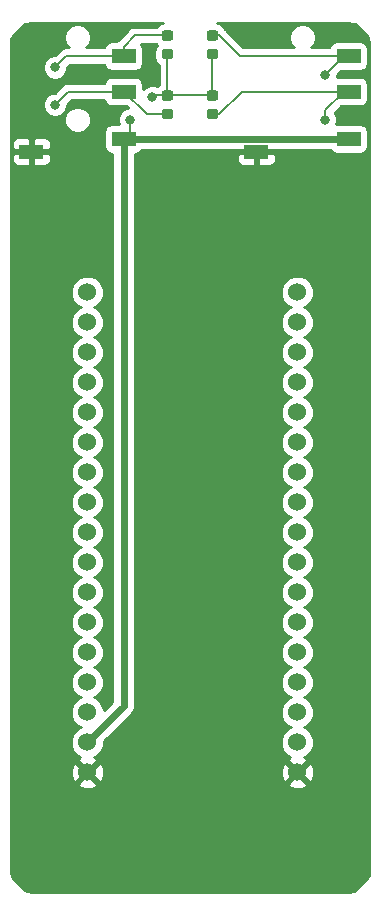
<source format=gtl>
G04 #@! TF.GenerationSoftware,KiCad,Pcbnew,5.0.2-bee76a0~70~ubuntu18.04.1*
G04 #@! TF.CreationDate,2018-12-19T04:14:58+09:00*
G04 #@! TF.ProjectId,pendant,70656e64-616e-4742-9e6b-696361645f70,rev?*
G04 #@! TF.SameCoordinates,Original*
G04 #@! TF.FileFunction,Copper,L1,Top*
G04 #@! TF.FilePolarity,Positive*
%FSLAX46Y46*%
G04 Gerber Fmt 4.6, Leading zero omitted, Abs format (unit mm)*
G04 Created by KiCad (PCBNEW 5.0.2-bee76a0~70~ubuntu18.04.1) date 2018年12月19日 04時14分58秒*
%MOMM*%
%LPD*%
G01*
G04 APERTURE LIST*
G04 #@! TA.AperFunction,ComponentPad*
%ADD10C,1.524000*%
G04 #@! TD*
G04 #@! TA.AperFunction,SMDPad,CuDef*
%ADD11R,2.000000X1.200000*%
G04 #@! TD*
G04 #@! TA.AperFunction,Conductor*
%ADD12C,0.100000*%
G04 #@! TD*
G04 #@! TA.AperFunction,SMDPad,CuDef*
%ADD13C,0.875000*%
G04 #@! TD*
G04 #@! TA.AperFunction,ViaPad*
%ADD14C,0.800000*%
G04 #@! TD*
G04 #@! TA.AperFunction,Conductor*
%ADD15C,0.200000*%
G04 #@! TD*
G04 #@! TA.AperFunction,Conductor*
%ADD16C,0.600000*%
G04 #@! TD*
G04 #@! TA.AperFunction,Conductor*
%ADD17C,0.254000*%
G04 #@! TD*
G04 APERTURE END LIST*
D10*
G04 #@! TO.P,U1,1*
G04 #@! TO.N,Net-(U1-Pad1)*
X124035001Y-84455001D03*
G04 #@! TO.P,U1,2*
G04 #@! TO.N,Net-(U1-Pad2)*
X124035001Y-86995001D03*
G04 #@! TO.P,U1,3*
G04 #@! TO.N,Net-(U1-Pad3)*
X124035001Y-89535001D03*
G04 #@! TO.P,U1,4*
G04 #@! TO.N,Net-(U1-Pad4)*
X124035001Y-92075001D03*
G04 #@! TO.P,U1,5*
G04 #@! TO.N,Net-(U1-Pad5)*
X124035001Y-94615001D03*
G04 #@! TO.P,U1,6*
G04 #@! TO.N,Net-(U1-Pad6)*
X124035001Y-97155001D03*
G04 #@! TO.P,U1,7*
G04 #@! TO.N,Net-(U1-Pad7)*
X124035001Y-99695001D03*
G04 #@! TO.P,U1,8*
G04 #@! TO.N,Net-(U1-Pad8)*
X124035001Y-102235001D03*
G04 #@! TO.P,U1,9*
G04 #@! TO.N,Net-(U1-Pad9)*
X124035001Y-104775001D03*
G04 #@! TO.P,U1,10*
G04 #@! TO.N,Net-(U1-Pad10)*
X124035001Y-107315001D03*
G04 #@! TO.P,U1,11*
G04 #@! TO.N,Net-(U1-Pad11)*
X124035001Y-109855001D03*
G04 #@! TO.P,U1,12*
G04 #@! TO.N,Net-(U1-Pad12)*
X124035001Y-112395001D03*
G04 #@! TO.P,U1,13*
G04 #@! TO.N,Net-(U1-Pad13)*
X124035001Y-114935001D03*
G04 #@! TO.P,U1,14*
G04 #@! TO.N,SCL1*
X124035001Y-117475001D03*
G04 #@! TO.P,U1,15*
G04 #@! TO.N,SDA1*
X124035001Y-120015001D03*
G04 #@! TO.P,U1,16*
G04 #@! TO.N,3V3*
X124035001Y-122555001D03*
G04 #@! TO.P,U1,17*
G04 #@! TO.N,GND*
X124035001Y-125095001D03*
G04 #@! TO.P,U1,18*
X141815001Y-125095001D03*
G04 #@! TO.P,U1,19*
G04 #@! TO.N,Net-(U1-Pad19)*
X141815001Y-122555001D03*
G04 #@! TO.P,U1,20*
G04 #@! TO.N,Net-(U1-Pad20)*
X141815001Y-120015001D03*
G04 #@! TO.P,U1,21*
G04 #@! TO.N,Net-(U1-Pad21)*
X141815001Y-117475001D03*
G04 #@! TO.P,U1,22*
G04 #@! TO.N,Net-(U1-Pad22)*
X141815001Y-114935001D03*
G04 #@! TO.P,U1,23*
G04 #@! TO.N,Net-(U1-Pad23)*
X141815001Y-112395001D03*
G04 #@! TO.P,U1,24*
G04 #@! TO.N,Net-(U1-Pad24)*
X141815001Y-109855001D03*
G04 #@! TO.P,U1,25*
G04 #@! TO.N,Net-(U1-Pad25)*
X141815001Y-107315001D03*
G04 #@! TO.P,U1,26*
G04 #@! TO.N,Net-(U1-Pad26)*
X141815001Y-104775001D03*
G04 #@! TO.P,U1,27*
G04 #@! TO.N,Net-(U1-Pad27)*
X141815001Y-102235001D03*
G04 #@! TO.P,U1,28*
G04 #@! TO.N,Net-(U1-Pad28)*
X141815001Y-99695001D03*
G04 #@! TO.P,U1,29*
G04 #@! TO.N,Net-(U1-Pad29)*
X141815001Y-97155001D03*
G04 #@! TO.P,U1,30*
G04 #@! TO.N,Net-(U1-Pad30)*
X141815001Y-94615001D03*
G04 #@! TO.P,U1,31*
G04 #@! TO.N,Net-(U1-Pad31)*
X141815001Y-92075001D03*
G04 #@! TO.P,U1,32*
G04 #@! TO.N,Net-(U1-Pad32)*
X141815001Y-89535001D03*
G04 #@! TO.P,U1,33*
G04 #@! TO.N,SCL2*
X141815001Y-86995001D03*
G04 #@! TO.P,U1,34*
G04 #@! TO.N,SDA2*
X141815001Y-84455001D03*
G04 #@! TD*
D11*
G04 #@! TO.P,J1,R2*
G04 #@! TO.N,SDA1*
X127090000Y-64460000D03*
G04 #@! TO.P,J1,R1*
G04 #@! TO.N,SCL1*
X127090000Y-67460000D03*
G04 #@! TO.P,J1,T*
G04 #@! TO.N,3V3*
X127090000Y-71460000D03*
G04 #@! TO.P,J1,S*
G04 #@! TO.N,GND*
X119290000Y-72560000D03*
G04 #@! TD*
G04 #@! TO.P,J2,R2*
G04 #@! TO.N,SDA2*
X146140000Y-64460000D03*
G04 #@! TO.P,J2,R1*
G04 #@! TO.N,SCL2*
X146140000Y-67460000D03*
G04 #@! TO.P,J2,T*
G04 #@! TO.N,3V3*
X146140000Y-71460000D03*
G04 #@! TO.P,J2,S*
G04 #@! TO.N,GND*
X138340000Y-72560000D03*
G04 #@! TD*
D12*
G04 #@! TO.N,SDA1*
G04 #@! TO.C,R1*
G36*
X131087691Y-62276053D02*
X131108926Y-62279203D01*
X131129750Y-62284419D01*
X131149962Y-62291651D01*
X131169368Y-62300830D01*
X131187781Y-62311866D01*
X131205024Y-62324654D01*
X131220930Y-62339070D01*
X131235346Y-62354976D01*
X131248134Y-62372219D01*
X131259170Y-62390632D01*
X131268349Y-62410038D01*
X131275581Y-62430250D01*
X131280797Y-62451074D01*
X131283947Y-62472309D01*
X131285000Y-62493750D01*
X131285000Y-62931250D01*
X131283947Y-62952691D01*
X131280797Y-62973926D01*
X131275581Y-62994750D01*
X131268349Y-63014962D01*
X131259170Y-63034368D01*
X131248134Y-63052781D01*
X131235346Y-63070024D01*
X131220930Y-63085930D01*
X131205024Y-63100346D01*
X131187781Y-63113134D01*
X131169368Y-63124170D01*
X131149962Y-63133349D01*
X131129750Y-63140581D01*
X131108926Y-63145797D01*
X131087691Y-63148947D01*
X131066250Y-63150000D01*
X130553750Y-63150000D01*
X130532309Y-63148947D01*
X130511074Y-63145797D01*
X130490250Y-63140581D01*
X130470038Y-63133349D01*
X130450632Y-63124170D01*
X130432219Y-63113134D01*
X130414976Y-63100346D01*
X130399070Y-63085930D01*
X130384654Y-63070024D01*
X130371866Y-63052781D01*
X130360830Y-63034368D01*
X130351651Y-63014962D01*
X130344419Y-62994750D01*
X130339203Y-62973926D01*
X130336053Y-62952691D01*
X130335000Y-62931250D01*
X130335000Y-62493750D01*
X130336053Y-62472309D01*
X130339203Y-62451074D01*
X130344419Y-62430250D01*
X130351651Y-62410038D01*
X130360830Y-62390632D01*
X130371866Y-62372219D01*
X130384654Y-62354976D01*
X130399070Y-62339070D01*
X130414976Y-62324654D01*
X130432219Y-62311866D01*
X130450632Y-62300830D01*
X130470038Y-62291651D01*
X130490250Y-62284419D01*
X130511074Y-62279203D01*
X130532309Y-62276053D01*
X130553750Y-62275000D01*
X131066250Y-62275000D01*
X131087691Y-62276053D01*
X131087691Y-62276053D01*
G37*
D13*
G04 #@! TD*
G04 #@! TO.P,R1,2*
G04 #@! TO.N,SDA1*
X130810000Y-62712500D03*
D12*
G04 #@! TO.N,3V3*
G04 #@! TO.C,R1*
G36*
X131087691Y-63851053D02*
X131108926Y-63854203D01*
X131129750Y-63859419D01*
X131149962Y-63866651D01*
X131169368Y-63875830D01*
X131187781Y-63886866D01*
X131205024Y-63899654D01*
X131220930Y-63914070D01*
X131235346Y-63929976D01*
X131248134Y-63947219D01*
X131259170Y-63965632D01*
X131268349Y-63985038D01*
X131275581Y-64005250D01*
X131280797Y-64026074D01*
X131283947Y-64047309D01*
X131285000Y-64068750D01*
X131285000Y-64506250D01*
X131283947Y-64527691D01*
X131280797Y-64548926D01*
X131275581Y-64569750D01*
X131268349Y-64589962D01*
X131259170Y-64609368D01*
X131248134Y-64627781D01*
X131235346Y-64645024D01*
X131220930Y-64660930D01*
X131205024Y-64675346D01*
X131187781Y-64688134D01*
X131169368Y-64699170D01*
X131149962Y-64708349D01*
X131129750Y-64715581D01*
X131108926Y-64720797D01*
X131087691Y-64723947D01*
X131066250Y-64725000D01*
X130553750Y-64725000D01*
X130532309Y-64723947D01*
X130511074Y-64720797D01*
X130490250Y-64715581D01*
X130470038Y-64708349D01*
X130450632Y-64699170D01*
X130432219Y-64688134D01*
X130414976Y-64675346D01*
X130399070Y-64660930D01*
X130384654Y-64645024D01*
X130371866Y-64627781D01*
X130360830Y-64609368D01*
X130351651Y-64589962D01*
X130344419Y-64569750D01*
X130339203Y-64548926D01*
X130336053Y-64527691D01*
X130335000Y-64506250D01*
X130335000Y-64068750D01*
X130336053Y-64047309D01*
X130339203Y-64026074D01*
X130344419Y-64005250D01*
X130351651Y-63985038D01*
X130360830Y-63965632D01*
X130371866Y-63947219D01*
X130384654Y-63929976D01*
X130399070Y-63914070D01*
X130414976Y-63899654D01*
X130432219Y-63886866D01*
X130450632Y-63875830D01*
X130470038Y-63866651D01*
X130490250Y-63859419D01*
X130511074Y-63854203D01*
X130532309Y-63851053D01*
X130553750Y-63850000D01*
X131066250Y-63850000D01*
X131087691Y-63851053D01*
X131087691Y-63851053D01*
G37*
D13*
G04 #@! TD*
G04 #@! TO.P,R1,1*
G04 #@! TO.N,3V3*
X130810000Y-64287500D03*
D12*
G04 #@! TO.N,SDA2*
G04 #@! TO.C,R2*
G36*
X134897691Y-62276053D02*
X134918926Y-62279203D01*
X134939750Y-62284419D01*
X134959962Y-62291651D01*
X134979368Y-62300830D01*
X134997781Y-62311866D01*
X135015024Y-62324654D01*
X135030930Y-62339070D01*
X135045346Y-62354976D01*
X135058134Y-62372219D01*
X135069170Y-62390632D01*
X135078349Y-62410038D01*
X135085581Y-62430250D01*
X135090797Y-62451074D01*
X135093947Y-62472309D01*
X135095000Y-62493750D01*
X135095000Y-62931250D01*
X135093947Y-62952691D01*
X135090797Y-62973926D01*
X135085581Y-62994750D01*
X135078349Y-63014962D01*
X135069170Y-63034368D01*
X135058134Y-63052781D01*
X135045346Y-63070024D01*
X135030930Y-63085930D01*
X135015024Y-63100346D01*
X134997781Y-63113134D01*
X134979368Y-63124170D01*
X134959962Y-63133349D01*
X134939750Y-63140581D01*
X134918926Y-63145797D01*
X134897691Y-63148947D01*
X134876250Y-63150000D01*
X134363750Y-63150000D01*
X134342309Y-63148947D01*
X134321074Y-63145797D01*
X134300250Y-63140581D01*
X134280038Y-63133349D01*
X134260632Y-63124170D01*
X134242219Y-63113134D01*
X134224976Y-63100346D01*
X134209070Y-63085930D01*
X134194654Y-63070024D01*
X134181866Y-63052781D01*
X134170830Y-63034368D01*
X134161651Y-63014962D01*
X134154419Y-62994750D01*
X134149203Y-62973926D01*
X134146053Y-62952691D01*
X134145000Y-62931250D01*
X134145000Y-62493750D01*
X134146053Y-62472309D01*
X134149203Y-62451074D01*
X134154419Y-62430250D01*
X134161651Y-62410038D01*
X134170830Y-62390632D01*
X134181866Y-62372219D01*
X134194654Y-62354976D01*
X134209070Y-62339070D01*
X134224976Y-62324654D01*
X134242219Y-62311866D01*
X134260632Y-62300830D01*
X134280038Y-62291651D01*
X134300250Y-62284419D01*
X134321074Y-62279203D01*
X134342309Y-62276053D01*
X134363750Y-62275000D01*
X134876250Y-62275000D01*
X134897691Y-62276053D01*
X134897691Y-62276053D01*
G37*
D13*
G04 #@! TD*
G04 #@! TO.P,R2,2*
G04 #@! TO.N,SDA2*
X134620000Y-62712500D03*
D12*
G04 #@! TO.N,3V3*
G04 #@! TO.C,R2*
G36*
X134897691Y-63851053D02*
X134918926Y-63854203D01*
X134939750Y-63859419D01*
X134959962Y-63866651D01*
X134979368Y-63875830D01*
X134997781Y-63886866D01*
X135015024Y-63899654D01*
X135030930Y-63914070D01*
X135045346Y-63929976D01*
X135058134Y-63947219D01*
X135069170Y-63965632D01*
X135078349Y-63985038D01*
X135085581Y-64005250D01*
X135090797Y-64026074D01*
X135093947Y-64047309D01*
X135095000Y-64068750D01*
X135095000Y-64506250D01*
X135093947Y-64527691D01*
X135090797Y-64548926D01*
X135085581Y-64569750D01*
X135078349Y-64589962D01*
X135069170Y-64609368D01*
X135058134Y-64627781D01*
X135045346Y-64645024D01*
X135030930Y-64660930D01*
X135015024Y-64675346D01*
X134997781Y-64688134D01*
X134979368Y-64699170D01*
X134959962Y-64708349D01*
X134939750Y-64715581D01*
X134918926Y-64720797D01*
X134897691Y-64723947D01*
X134876250Y-64725000D01*
X134363750Y-64725000D01*
X134342309Y-64723947D01*
X134321074Y-64720797D01*
X134300250Y-64715581D01*
X134280038Y-64708349D01*
X134260632Y-64699170D01*
X134242219Y-64688134D01*
X134224976Y-64675346D01*
X134209070Y-64660930D01*
X134194654Y-64645024D01*
X134181866Y-64627781D01*
X134170830Y-64609368D01*
X134161651Y-64589962D01*
X134154419Y-64569750D01*
X134149203Y-64548926D01*
X134146053Y-64527691D01*
X134145000Y-64506250D01*
X134145000Y-64068750D01*
X134146053Y-64047309D01*
X134149203Y-64026074D01*
X134154419Y-64005250D01*
X134161651Y-63985038D01*
X134170830Y-63965632D01*
X134181866Y-63947219D01*
X134194654Y-63929976D01*
X134209070Y-63914070D01*
X134224976Y-63899654D01*
X134242219Y-63886866D01*
X134260632Y-63875830D01*
X134280038Y-63866651D01*
X134300250Y-63859419D01*
X134321074Y-63854203D01*
X134342309Y-63851053D01*
X134363750Y-63850000D01*
X134876250Y-63850000D01*
X134897691Y-63851053D01*
X134897691Y-63851053D01*
G37*
D13*
G04 #@! TD*
G04 #@! TO.P,R2,1*
G04 #@! TO.N,3V3*
X134620000Y-64287500D03*
D12*
G04 #@! TO.N,3V3*
G04 #@! TO.C,R3*
G36*
X131087691Y-67356053D02*
X131108926Y-67359203D01*
X131129750Y-67364419D01*
X131149962Y-67371651D01*
X131169368Y-67380830D01*
X131187781Y-67391866D01*
X131205024Y-67404654D01*
X131220930Y-67419070D01*
X131235346Y-67434976D01*
X131248134Y-67452219D01*
X131259170Y-67470632D01*
X131268349Y-67490038D01*
X131275581Y-67510250D01*
X131280797Y-67531074D01*
X131283947Y-67552309D01*
X131285000Y-67573750D01*
X131285000Y-68011250D01*
X131283947Y-68032691D01*
X131280797Y-68053926D01*
X131275581Y-68074750D01*
X131268349Y-68094962D01*
X131259170Y-68114368D01*
X131248134Y-68132781D01*
X131235346Y-68150024D01*
X131220930Y-68165930D01*
X131205024Y-68180346D01*
X131187781Y-68193134D01*
X131169368Y-68204170D01*
X131149962Y-68213349D01*
X131129750Y-68220581D01*
X131108926Y-68225797D01*
X131087691Y-68228947D01*
X131066250Y-68230000D01*
X130553750Y-68230000D01*
X130532309Y-68228947D01*
X130511074Y-68225797D01*
X130490250Y-68220581D01*
X130470038Y-68213349D01*
X130450632Y-68204170D01*
X130432219Y-68193134D01*
X130414976Y-68180346D01*
X130399070Y-68165930D01*
X130384654Y-68150024D01*
X130371866Y-68132781D01*
X130360830Y-68114368D01*
X130351651Y-68094962D01*
X130344419Y-68074750D01*
X130339203Y-68053926D01*
X130336053Y-68032691D01*
X130335000Y-68011250D01*
X130335000Y-67573750D01*
X130336053Y-67552309D01*
X130339203Y-67531074D01*
X130344419Y-67510250D01*
X130351651Y-67490038D01*
X130360830Y-67470632D01*
X130371866Y-67452219D01*
X130384654Y-67434976D01*
X130399070Y-67419070D01*
X130414976Y-67404654D01*
X130432219Y-67391866D01*
X130450632Y-67380830D01*
X130470038Y-67371651D01*
X130490250Y-67364419D01*
X130511074Y-67359203D01*
X130532309Y-67356053D01*
X130553750Y-67355000D01*
X131066250Y-67355000D01*
X131087691Y-67356053D01*
X131087691Y-67356053D01*
G37*
D13*
G04 #@! TD*
G04 #@! TO.P,R3,1*
G04 #@! TO.N,3V3*
X130810000Y-67792500D03*
D12*
G04 #@! TO.N,SCL1*
G04 #@! TO.C,R3*
G36*
X131087691Y-68931053D02*
X131108926Y-68934203D01*
X131129750Y-68939419D01*
X131149962Y-68946651D01*
X131169368Y-68955830D01*
X131187781Y-68966866D01*
X131205024Y-68979654D01*
X131220930Y-68994070D01*
X131235346Y-69009976D01*
X131248134Y-69027219D01*
X131259170Y-69045632D01*
X131268349Y-69065038D01*
X131275581Y-69085250D01*
X131280797Y-69106074D01*
X131283947Y-69127309D01*
X131285000Y-69148750D01*
X131285000Y-69586250D01*
X131283947Y-69607691D01*
X131280797Y-69628926D01*
X131275581Y-69649750D01*
X131268349Y-69669962D01*
X131259170Y-69689368D01*
X131248134Y-69707781D01*
X131235346Y-69725024D01*
X131220930Y-69740930D01*
X131205024Y-69755346D01*
X131187781Y-69768134D01*
X131169368Y-69779170D01*
X131149962Y-69788349D01*
X131129750Y-69795581D01*
X131108926Y-69800797D01*
X131087691Y-69803947D01*
X131066250Y-69805000D01*
X130553750Y-69805000D01*
X130532309Y-69803947D01*
X130511074Y-69800797D01*
X130490250Y-69795581D01*
X130470038Y-69788349D01*
X130450632Y-69779170D01*
X130432219Y-69768134D01*
X130414976Y-69755346D01*
X130399070Y-69740930D01*
X130384654Y-69725024D01*
X130371866Y-69707781D01*
X130360830Y-69689368D01*
X130351651Y-69669962D01*
X130344419Y-69649750D01*
X130339203Y-69628926D01*
X130336053Y-69607691D01*
X130335000Y-69586250D01*
X130335000Y-69148750D01*
X130336053Y-69127309D01*
X130339203Y-69106074D01*
X130344419Y-69085250D01*
X130351651Y-69065038D01*
X130360830Y-69045632D01*
X130371866Y-69027219D01*
X130384654Y-69009976D01*
X130399070Y-68994070D01*
X130414976Y-68979654D01*
X130432219Y-68966866D01*
X130450632Y-68955830D01*
X130470038Y-68946651D01*
X130490250Y-68939419D01*
X130511074Y-68934203D01*
X130532309Y-68931053D01*
X130553750Y-68930000D01*
X131066250Y-68930000D01*
X131087691Y-68931053D01*
X131087691Y-68931053D01*
G37*
D13*
G04 #@! TD*
G04 #@! TO.P,R3,2*
G04 #@! TO.N,SCL1*
X130810000Y-69367500D03*
D12*
G04 #@! TO.N,3V3*
G04 #@! TO.C,R4*
G36*
X134897691Y-67356053D02*
X134918926Y-67359203D01*
X134939750Y-67364419D01*
X134959962Y-67371651D01*
X134979368Y-67380830D01*
X134997781Y-67391866D01*
X135015024Y-67404654D01*
X135030930Y-67419070D01*
X135045346Y-67434976D01*
X135058134Y-67452219D01*
X135069170Y-67470632D01*
X135078349Y-67490038D01*
X135085581Y-67510250D01*
X135090797Y-67531074D01*
X135093947Y-67552309D01*
X135095000Y-67573750D01*
X135095000Y-68011250D01*
X135093947Y-68032691D01*
X135090797Y-68053926D01*
X135085581Y-68074750D01*
X135078349Y-68094962D01*
X135069170Y-68114368D01*
X135058134Y-68132781D01*
X135045346Y-68150024D01*
X135030930Y-68165930D01*
X135015024Y-68180346D01*
X134997781Y-68193134D01*
X134979368Y-68204170D01*
X134959962Y-68213349D01*
X134939750Y-68220581D01*
X134918926Y-68225797D01*
X134897691Y-68228947D01*
X134876250Y-68230000D01*
X134363750Y-68230000D01*
X134342309Y-68228947D01*
X134321074Y-68225797D01*
X134300250Y-68220581D01*
X134280038Y-68213349D01*
X134260632Y-68204170D01*
X134242219Y-68193134D01*
X134224976Y-68180346D01*
X134209070Y-68165930D01*
X134194654Y-68150024D01*
X134181866Y-68132781D01*
X134170830Y-68114368D01*
X134161651Y-68094962D01*
X134154419Y-68074750D01*
X134149203Y-68053926D01*
X134146053Y-68032691D01*
X134145000Y-68011250D01*
X134145000Y-67573750D01*
X134146053Y-67552309D01*
X134149203Y-67531074D01*
X134154419Y-67510250D01*
X134161651Y-67490038D01*
X134170830Y-67470632D01*
X134181866Y-67452219D01*
X134194654Y-67434976D01*
X134209070Y-67419070D01*
X134224976Y-67404654D01*
X134242219Y-67391866D01*
X134260632Y-67380830D01*
X134280038Y-67371651D01*
X134300250Y-67364419D01*
X134321074Y-67359203D01*
X134342309Y-67356053D01*
X134363750Y-67355000D01*
X134876250Y-67355000D01*
X134897691Y-67356053D01*
X134897691Y-67356053D01*
G37*
D13*
G04 #@! TD*
G04 #@! TO.P,R4,1*
G04 #@! TO.N,3V3*
X134620000Y-67792500D03*
D12*
G04 #@! TO.N,SCL2*
G04 #@! TO.C,R4*
G36*
X134897691Y-68931053D02*
X134918926Y-68934203D01*
X134939750Y-68939419D01*
X134959962Y-68946651D01*
X134979368Y-68955830D01*
X134997781Y-68966866D01*
X135015024Y-68979654D01*
X135030930Y-68994070D01*
X135045346Y-69009976D01*
X135058134Y-69027219D01*
X135069170Y-69045632D01*
X135078349Y-69065038D01*
X135085581Y-69085250D01*
X135090797Y-69106074D01*
X135093947Y-69127309D01*
X135095000Y-69148750D01*
X135095000Y-69586250D01*
X135093947Y-69607691D01*
X135090797Y-69628926D01*
X135085581Y-69649750D01*
X135078349Y-69669962D01*
X135069170Y-69689368D01*
X135058134Y-69707781D01*
X135045346Y-69725024D01*
X135030930Y-69740930D01*
X135015024Y-69755346D01*
X134997781Y-69768134D01*
X134979368Y-69779170D01*
X134959962Y-69788349D01*
X134939750Y-69795581D01*
X134918926Y-69800797D01*
X134897691Y-69803947D01*
X134876250Y-69805000D01*
X134363750Y-69805000D01*
X134342309Y-69803947D01*
X134321074Y-69800797D01*
X134300250Y-69795581D01*
X134280038Y-69788349D01*
X134260632Y-69779170D01*
X134242219Y-69768134D01*
X134224976Y-69755346D01*
X134209070Y-69740930D01*
X134194654Y-69725024D01*
X134181866Y-69707781D01*
X134170830Y-69689368D01*
X134161651Y-69669962D01*
X134154419Y-69649750D01*
X134149203Y-69628926D01*
X134146053Y-69607691D01*
X134145000Y-69586250D01*
X134145000Y-69148750D01*
X134146053Y-69127309D01*
X134149203Y-69106074D01*
X134154419Y-69085250D01*
X134161651Y-69065038D01*
X134170830Y-69045632D01*
X134181866Y-69027219D01*
X134194654Y-69009976D01*
X134209070Y-68994070D01*
X134224976Y-68979654D01*
X134242219Y-68966866D01*
X134260632Y-68955830D01*
X134280038Y-68946651D01*
X134300250Y-68939419D01*
X134321074Y-68934203D01*
X134342309Y-68931053D01*
X134363750Y-68930000D01*
X134876250Y-68930000D01*
X134897691Y-68931053D01*
X134897691Y-68931053D01*
G37*
D13*
G04 #@! TD*
G04 #@! TO.P,R4,2*
G04 #@! TO.N,SCL2*
X134620000Y-69367500D03*
D14*
G04 #@! TO.N,3V3*
X129540000Y-67945000D03*
X127635000Y-69850000D03*
G04 #@! TO.N,SDA1*
X121285000Y-65405000D03*
G04 #@! TO.N,SCL1*
X121285000Y-68580000D03*
G04 #@! TO.N,SCL2*
X144145000Y-69850000D03*
G04 #@! TO.N,SDA2*
X144145000Y-66040000D03*
G04 #@! TD*
D15*
G04 #@! TO.N,3V3*
X130810000Y-64287500D02*
X130810000Y-67792500D01*
X134620000Y-64287500D02*
X134620000Y-67792500D01*
X134620000Y-67792500D02*
X130810000Y-67792500D01*
X130810000Y-67792500D02*
X129692500Y-67792500D01*
X129692500Y-67792500D02*
X129540000Y-67945000D01*
X127635000Y-70915000D02*
X127090000Y-71460000D01*
X127635000Y-69850000D02*
X127635000Y-70915000D01*
D16*
X127090000Y-119500002D02*
X124035001Y-122555001D01*
X127090000Y-71460000D02*
X127090000Y-119500002D01*
X128690000Y-71460000D02*
X146140000Y-71460000D01*
X127090000Y-71460000D02*
X128690000Y-71460000D01*
D15*
G04 #@! TO.N,SDA1*
X127090000Y-63660000D02*
X127090000Y-64460000D01*
X128037500Y-62712500D02*
X127090000Y-63660000D01*
X130810000Y-62712500D02*
X128037500Y-62712500D01*
X127090000Y-64460000D02*
X122230000Y-64460000D01*
X122230000Y-64460000D02*
X121285000Y-65405000D01*
G04 #@! TO.N,SCL1*
X127150000Y-67460000D02*
X127090000Y-67460000D01*
X130810000Y-69367500D02*
X129057500Y-69367500D01*
X129057500Y-69367500D02*
X127150000Y-67460000D01*
X127090000Y-67460000D02*
X122405000Y-67460000D01*
X122405000Y-67460000D02*
X121285000Y-68580000D01*
G04 #@! TO.N,SCL2*
X144940000Y-67460000D02*
X146140000Y-67460000D01*
X137102500Y-67460000D02*
X144940000Y-67460000D01*
X135195000Y-69367500D02*
X137102500Y-67460000D01*
X134620000Y-69367500D02*
X135195000Y-69367500D01*
X144145000Y-69055000D02*
X144145000Y-69850000D01*
X146140000Y-67460000D02*
X145740000Y-67460000D01*
X145740000Y-67460000D02*
X144145000Y-69055000D01*
G04 #@! TO.N,SDA2*
X144940000Y-64460000D02*
X146140000Y-64460000D01*
X135195000Y-62712500D02*
X136942500Y-64460000D01*
X136942500Y-64460000D02*
X144940000Y-64460000D01*
X134620000Y-62712500D02*
X135195000Y-62712500D01*
X146140000Y-64460000D02*
X145740000Y-64460000D01*
X144160000Y-66040000D02*
X144145000Y-66040000D01*
X145740000Y-64460000D02*
X144160000Y-66040000D01*
G04 #@! TD*
D17*
G04 #@! TO.N,GND*
G36*
X130222273Y-61693495D02*
X129941261Y-61881261D01*
X129876956Y-61977500D01*
X128109883Y-61977500D01*
X128037499Y-61963102D01*
X127965115Y-61977500D01*
X127965112Y-61977500D01*
X127750717Y-62020146D01*
X127507595Y-62182595D01*
X127466590Y-62243963D01*
X126621465Y-63089089D01*
X126560095Y-63130095D01*
X126504994Y-63212560D01*
X126090000Y-63212560D01*
X125842235Y-63261843D01*
X125632191Y-63402191D01*
X125491843Y-63612235D01*
X125469413Y-63725000D01*
X123894776Y-63725000D01*
X124131012Y-63488764D01*
X124300000Y-63080793D01*
X124300000Y-62639207D01*
X124131012Y-62231236D01*
X123818764Y-61918988D01*
X123410793Y-61750000D01*
X122969207Y-61750000D01*
X122561236Y-61918988D01*
X122248988Y-62231236D01*
X122080000Y-62639207D01*
X122080000Y-63080793D01*
X122248988Y-63488764D01*
X122485224Y-63725000D01*
X122302384Y-63725000D01*
X122230000Y-63710602D01*
X122157616Y-63725000D01*
X122157612Y-63725000D01*
X121943217Y-63767646D01*
X121700095Y-63930095D01*
X121659091Y-63991462D01*
X121280553Y-64370000D01*
X121079126Y-64370000D01*
X120698720Y-64527569D01*
X120407569Y-64818720D01*
X120250000Y-65199126D01*
X120250000Y-65610874D01*
X120407569Y-65991280D01*
X120698720Y-66282431D01*
X121079126Y-66440000D01*
X121490874Y-66440000D01*
X121871280Y-66282431D01*
X122162431Y-65991280D01*
X122320000Y-65610874D01*
X122320000Y-65409447D01*
X122534447Y-65195000D01*
X125469413Y-65195000D01*
X125491843Y-65307765D01*
X125632191Y-65517809D01*
X125842235Y-65658157D01*
X126090000Y-65707440D01*
X128090000Y-65707440D01*
X128337765Y-65658157D01*
X128547809Y-65517809D01*
X128688157Y-65307765D01*
X128737440Y-65060000D01*
X128737440Y-63860000D01*
X128688157Y-63612235D01*
X128578084Y-63447500D01*
X129876956Y-63447500D01*
X129912036Y-63500000D01*
X129753495Y-63737273D01*
X129687560Y-64068750D01*
X129687560Y-64506250D01*
X129753495Y-64837727D01*
X129941261Y-65118739D01*
X130075000Y-65208101D01*
X130075001Y-66871899D01*
X129941261Y-66961261D01*
X129925733Y-66984500D01*
X129745874Y-66910000D01*
X129334126Y-66910000D01*
X128953720Y-67067569D01*
X128737440Y-67283849D01*
X128737440Y-66860000D01*
X128688157Y-66612235D01*
X128547809Y-66402191D01*
X128337765Y-66261843D01*
X128090000Y-66212560D01*
X126090000Y-66212560D01*
X125842235Y-66261843D01*
X125632191Y-66402191D01*
X125491843Y-66612235D01*
X125469413Y-66725000D01*
X122477383Y-66725000D01*
X122404999Y-66710602D01*
X122332615Y-66725000D01*
X122332612Y-66725000D01*
X122118217Y-66767646D01*
X121875095Y-66930095D01*
X121834090Y-66991463D01*
X121280554Y-67545000D01*
X121079126Y-67545000D01*
X120698720Y-67702569D01*
X120407569Y-67993720D01*
X120250000Y-68374126D01*
X120250000Y-68785874D01*
X120407569Y-69166280D01*
X120698720Y-69457431D01*
X121079126Y-69615000D01*
X121490874Y-69615000D01*
X121871280Y-69457431D01*
X122162431Y-69166280D01*
X122320000Y-68785874D01*
X122320000Y-68584446D01*
X122709447Y-68195000D01*
X125469413Y-68195000D01*
X125491843Y-68307765D01*
X125632191Y-68517809D01*
X125842235Y-68658157D01*
X126090000Y-68707440D01*
X127357994Y-68707440D01*
X127465554Y-68815000D01*
X127429126Y-68815000D01*
X127048720Y-68972569D01*
X126757569Y-69263720D01*
X126600000Y-69644126D01*
X126600000Y-70055874D01*
X126664901Y-70212560D01*
X126090000Y-70212560D01*
X125842235Y-70261843D01*
X125632191Y-70402191D01*
X125491843Y-70612235D01*
X125442560Y-70860000D01*
X125442560Y-72060000D01*
X125491843Y-72307765D01*
X125632191Y-72517809D01*
X125842235Y-72658157D01*
X126090000Y-72707440D01*
X126155000Y-72707440D01*
X126155001Y-119112711D01*
X125432001Y-119835711D01*
X125432001Y-119737120D01*
X125219321Y-119223664D01*
X124826338Y-118830681D01*
X124619488Y-118745001D01*
X124826338Y-118659321D01*
X125219321Y-118266338D01*
X125432001Y-117752882D01*
X125432001Y-117197120D01*
X125219321Y-116683664D01*
X124826338Y-116290681D01*
X124619488Y-116205001D01*
X124826338Y-116119321D01*
X125219321Y-115726338D01*
X125432001Y-115212882D01*
X125432001Y-114657120D01*
X125219321Y-114143664D01*
X124826338Y-113750681D01*
X124619488Y-113665001D01*
X124826338Y-113579321D01*
X125219321Y-113186338D01*
X125432001Y-112672882D01*
X125432001Y-112117120D01*
X125219321Y-111603664D01*
X124826338Y-111210681D01*
X124619488Y-111125001D01*
X124826338Y-111039321D01*
X125219321Y-110646338D01*
X125432001Y-110132882D01*
X125432001Y-109577120D01*
X125219321Y-109063664D01*
X124826338Y-108670681D01*
X124619488Y-108585001D01*
X124826338Y-108499321D01*
X125219321Y-108106338D01*
X125432001Y-107592882D01*
X125432001Y-107037120D01*
X125219321Y-106523664D01*
X124826338Y-106130681D01*
X124619488Y-106045001D01*
X124826338Y-105959321D01*
X125219321Y-105566338D01*
X125432001Y-105052882D01*
X125432001Y-104497120D01*
X125219321Y-103983664D01*
X124826338Y-103590681D01*
X124619488Y-103505001D01*
X124826338Y-103419321D01*
X125219321Y-103026338D01*
X125432001Y-102512882D01*
X125432001Y-101957120D01*
X125219321Y-101443664D01*
X124826338Y-101050681D01*
X124619488Y-100965001D01*
X124826338Y-100879321D01*
X125219321Y-100486338D01*
X125432001Y-99972882D01*
X125432001Y-99417120D01*
X125219321Y-98903664D01*
X124826338Y-98510681D01*
X124619488Y-98425001D01*
X124826338Y-98339321D01*
X125219321Y-97946338D01*
X125432001Y-97432882D01*
X125432001Y-96877120D01*
X125219321Y-96363664D01*
X124826338Y-95970681D01*
X124619488Y-95885001D01*
X124826338Y-95799321D01*
X125219321Y-95406338D01*
X125432001Y-94892882D01*
X125432001Y-94337120D01*
X125219321Y-93823664D01*
X124826338Y-93430681D01*
X124619488Y-93345001D01*
X124826338Y-93259321D01*
X125219321Y-92866338D01*
X125432001Y-92352882D01*
X125432001Y-91797120D01*
X125219321Y-91283664D01*
X124826338Y-90890681D01*
X124619488Y-90805001D01*
X124826338Y-90719321D01*
X125219321Y-90326338D01*
X125432001Y-89812882D01*
X125432001Y-89257120D01*
X125219321Y-88743664D01*
X124826338Y-88350681D01*
X124619488Y-88265001D01*
X124826338Y-88179321D01*
X125219321Y-87786338D01*
X125432001Y-87272882D01*
X125432001Y-86717120D01*
X125219321Y-86203664D01*
X124826338Y-85810681D01*
X124619488Y-85725001D01*
X124826338Y-85639321D01*
X125219321Y-85246338D01*
X125432001Y-84732882D01*
X125432001Y-84177120D01*
X125219321Y-83663664D01*
X124826338Y-83270681D01*
X124312882Y-83058001D01*
X123757120Y-83058001D01*
X123243664Y-83270681D01*
X122850681Y-83663664D01*
X122638001Y-84177120D01*
X122638001Y-84732882D01*
X122850681Y-85246338D01*
X123243664Y-85639321D01*
X123450514Y-85725001D01*
X123243664Y-85810681D01*
X122850681Y-86203664D01*
X122638001Y-86717120D01*
X122638001Y-87272882D01*
X122850681Y-87786338D01*
X123243664Y-88179321D01*
X123450514Y-88265001D01*
X123243664Y-88350681D01*
X122850681Y-88743664D01*
X122638001Y-89257120D01*
X122638001Y-89812882D01*
X122850681Y-90326338D01*
X123243664Y-90719321D01*
X123450514Y-90805001D01*
X123243664Y-90890681D01*
X122850681Y-91283664D01*
X122638001Y-91797120D01*
X122638001Y-92352882D01*
X122850681Y-92866338D01*
X123243664Y-93259321D01*
X123450514Y-93345001D01*
X123243664Y-93430681D01*
X122850681Y-93823664D01*
X122638001Y-94337120D01*
X122638001Y-94892882D01*
X122850681Y-95406338D01*
X123243664Y-95799321D01*
X123450514Y-95885001D01*
X123243664Y-95970681D01*
X122850681Y-96363664D01*
X122638001Y-96877120D01*
X122638001Y-97432882D01*
X122850681Y-97946338D01*
X123243664Y-98339321D01*
X123450514Y-98425001D01*
X123243664Y-98510681D01*
X122850681Y-98903664D01*
X122638001Y-99417120D01*
X122638001Y-99972882D01*
X122850681Y-100486338D01*
X123243664Y-100879321D01*
X123450514Y-100965001D01*
X123243664Y-101050681D01*
X122850681Y-101443664D01*
X122638001Y-101957120D01*
X122638001Y-102512882D01*
X122850681Y-103026338D01*
X123243664Y-103419321D01*
X123450514Y-103505001D01*
X123243664Y-103590681D01*
X122850681Y-103983664D01*
X122638001Y-104497120D01*
X122638001Y-105052882D01*
X122850681Y-105566338D01*
X123243664Y-105959321D01*
X123450514Y-106045001D01*
X123243664Y-106130681D01*
X122850681Y-106523664D01*
X122638001Y-107037120D01*
X122638001Y-107592882D01*
X122850681Y-108106338D01*
X123243664Y-108499321D01*
X123450514Y-108585001D01*
X123243664Y-108670681D01*
X122850681Y-109063664D01*
X122638001Y-109577120D01*
X122638001Y-110132882D01*
X122850681Y-110646338D01*
X123243664Y-111039321D01*
X123450514Y-111125001D01*
X123243664Y-111210681D01*
X122850681Y-111603664D01*
X122638001Y-112117120D01*
X122638001Y-112672882D01*
X122850681Y-113186338D01*
X123243664Y-113579321D01*
X123450514Y-113665001D01*
X123243664Y-113750681D01*
X122850681Y-114143664D01*
X122638001Y-114657120D01*
X122638001Y-115212882D01*
X122850681Y-115726338D01*
X123243664Y-116119321D01*
X123450514Y-116205001D01*
X123243664Y-116290681D01*
X122850681Y-116683664D01*
X122638001Y-117197120D01*
X122638001Y-117752882D01*
X122850681Y-118266338D01*
X123243664Y-118659321D01*
X123450514Y-118745001D01*
X123243664Y-118830681D01*
X122850681Y-119223664D01*
X122638001Y-119737120D01*
X122638001Y-120292882D01*
X122850681Y-120806338D01*
X123243664Y-121199321D01*
X123450514Y-121285001D01*
X123243664Y-121370681D01*
X122850681Y-121763664D01*
X122638001Y-122277120D01*
X122638001Y-122832882D01*
X122850681Y-123346338D01*
X123243664Y-123739321D01*
X123434648Y-123818429D01*
X123303858Y-123872604D01*
X123234393Y-124114788D01*
X124035001Y-124915396D01*
X124835609Y-124114788D01*
X124766144Y-123872604D01*
X124625608Y-123822466D01*
X124826338Y-123739321D01*
X125219321Y-123346338D01*
X125432001Y-122832882D01*
X125432001Y-122480290D01*
X127686031Y-120226261D01*
X127764097Y-120174099D01*
X127970750Y-119864821D01*
X128025000Y-119592088D01*
X128043317Y-119500003D01*
X128025000Y-119407917D01*
X128025000Y-84177120D01*
X140418001Y-84177120D01*
X140418001Y-84732882D01*
X140630681Y-85246338D01*
X141023664Y-85639321D01*
X141230514Y-85725001D01*
X141023664Y-85810681D01*
X140630681Y-86203664D01*
X140418001Y-86717120D01*
X140418001Y-87272882D01*
X140630681Y-87786338D01*
X141023664Y-88179321D01*
X141230514Y-88265001D01*
X141023664Y-88350681D01*
X140630681Y-88743664D01*
X140418001Y-89257120D01*
X140418001Y-89812882D01*
X140630681Y-90326338D01*
X141023664Y-90719321D01*
X141230514Y-90805001D01*
X141023664Y-90890681D01*
X140630681Y-91283664D01*
X140418001Y-91797120D01*
X140418001Y-92352882D01*
X140630681Y-92866338D01*
X141023664Y-93259321D01*
X141230514Y-93345001D01*
X141023664Y-93430681D01*
X140630681Y-93823664D01*
X140418001Y-94337120D01*
X140418001Y-94892882D01*
X140630681Y-95406338D01*
X141023664Y-95799321D01*
X141230514Y-95885001D01*
X141023664Y-95970681D01*
X140630681Y-96363664D01*
X140418001Y-96877120D01*
X140418001Y-97432882D01*
X140630681Y-97946338D01*
X141023664Y-98339321D01*
X141230514Y-98425001D01*
X141023664Y-98510681D01*
X140630681Y-98903664D01*
X140418001Y-99417120D01*
X140418001Y-99972882D01*
X140630681Y-100486338D01*
X141023664Y-100879321D01*
X141230514Y-100965001D01*
X141023664Y-101050681D01*
X140630681Y-101443664D01*
X140418001Y-101957120D01*
X140418001Y-102512882D01*
X140630681Y-103026338D01*
X141023664Y-103419321D01*
X141230514Y-103505001D01*
X141023664Y-103590681D01*
X140630681Y-103983664D01*
X140418001Y-104497120D01*
X140418001Y-105052882D01*
X140630681Y-105566338D01*
X141023664Y-105959321D01*
X141230514Y-106045001D01*
X141023664Y-106130681D01*
X140630681Y-106523664D01*
X140418001Y-107037120D01*
X140418001Y-107592882D01*
X140630681Y-108106338D01*
X141023664Y-108499321D01*
X141230514Y-108585001D01*
X141023664Y-108670681D01*
X140630681Y-109063664D01*
X140418001Y-109577120D01*
X140418001Y-110132882D01*
X140630681Y-110646338D01*
X141023664Y-111039321D01*
X141230514Y-111125001D01*
X141023664Y-111210681D01*
X140630681Y-111603664D01*
X140418001Y-112117120D01*
X140418001Y-112672882D01*
X140630681Y-113186338D01*
X141023664Y-113579321D01*
X141230514Y-113665001D01*
X141023664Y-113750681D01*
X140630681Y-114143664D01*
X140418001Y-114657120D01*
X140418001Y-115212882D01*
X140630681Y-115726338D01*
X141023664Y-116119321D01*
X141230514Y-116205001D01*
X141023664Y-116290681D01*
X140630681Y-116683664D01*
X140418001Y-117197120D01*
X140418001Y-117752882D01*
X140630681Y-118266338D01*
X141023664Y-118659321D01*
X141230514Y-118745001D01*
X141023664Y-118830681D01*
X140630681Y-119223664D01*
X140418001Y-119737120D01*
X140418001Y-120292882D01*
X140630681Y-120806338D01*
X141023664Y-121199321D01*
X141230514Y-121285001D01*
X141023664Y-121370681D01*
X140630681Y-121763664D01*
X140418001Y-122277120D01*
X140418001Y-122832882D01*
X140630681Y-123346338D01*
X141023664Y-123739321D01*
X141214648Y-123818429D01*
X141083858Y-123872604D01*
X141014393Y-124114788D01*
X141815001Y-124915396D01*
X142615609Y-124114788D01*
X142546144Y-123872604D01*
X142405608Y-123822466D01*
X142606338Y-123739321D01*
X142999321Y-123346338D01*
X143212001Y-122832882D01*
X143212001Y-122277120D01*
X142999321Y-121763664D01*
X142606338Y-121370681D01*
X142399488Y-121285001D01*
X142606338Y-121199321D01*
X142999321Y-120806338D01*
X143212001Y-120292882D01*
X143212001Y-119737120D01*
X142999321Y-119223664D01*
X142606338Y-118830681D01*
X142399488Y-118745001D01*
X142606338Y-118659321D01*
X142999321Y-118266338D01*
X143212001Y-117752882D01*
X143212001Y-117197120D01*
X142999321Y-116683664D01*
X142606338Y-116290681D01*
X142399488Y-116205001D01*
X142606338Y-116119321D01*
X142999321Y-115726338D01*
X143212001Y-115212882D01*
X143212001Y-114657120D01*
X142999321Y-114143664D01*
X142606338Y-113750681D01*
X142399488Y-113665001D01*
X142606338Y-113579321D01*
X142999321Y-113186338D01*
X143212001Y-112672882D01*
X143212001Y-112117120D01*
X142999321Y-111603664D01*
X142606338Y-111210681D01*
X142399488Y-111125001D01*
X142606338Y-111039321D01*
X142999321Y-110646338D01*
X143212001Y-110132882D01*
X143212001Y-109577120D01*
X142999321Y-109063664D01*
X142606338Y-108670681D01*
X142399488Y-108585001D01*
X142606338Y-108499321D01*
X142999321Y-108106338D01*
X143212001Y-107592882D01*
X143212001Y-107037120D01*
X142999321Y-106523664D01*
X142606338Y-106130681D01*
X142399488Y-106045001D01*
X142606338Y-105959321D01*
X142999321Y-105566338D01*
X143212001Y-105052882D01*
X143212001Y-104497120D01*
X142999321Y-103983664D01*
X142606338Y-103590681D01*
X142399488Y-103505001D01*
X142606338Y-103419321D01*
X142999321Y-103026338D01*
X143212001Y-102512882D01*
X143212001Y-101957120D01*
X142999321Y-101443664D01*
X142606338Y-101050681D01*
X142399488Y-100965001D01*
X142606338Y-100879321D01*
X142999321Y-100486338D01*
X143212001Y-99972882D01*
X143212001Y-99417120D01*
X142999321Y-98903664D01*
X142606338Y-98510681D01*
X142399488Y-98425001D01*
X142606338Y-98339321D01*
X142999321Y-97946338D01*
X143212001Y-97432882D01*
X143212001Y-96877120D01*
X142999321Y-96363664D01*
X142606338Y-95970681D01*
X142399488Y-95885001D01*
X142606338Y-95799321D01*
X142999321Y-95406338D01*
X143212001Y-94892882D01*
X143212001Y-94337120D01*
X142999321Y-93823664D01*
X142606338Y-93430681D01*
X142399488Y-93345001D01*
X142606338Y-93259321D01*
X142999321Y-92866338D01*
X143212001Y-92352882D01*
X143212001Y-91797120D01*
X142999321Y-91283664D01*
X142606338Y-90890681D01*
X142399488Y-90805001D01*
X142606338Y-90719321D01*
X142999321Y-90326338D01*
X143212001Y-89812882D01*
X143212001Y-89257120D01*
X142999321Y-88743664D01*
X142606338Y-88350681D01*
X142399488Y-88265001D01*
X142606338Y-88179321D01*
X142999321Y-87786338D01*
X143212001Y-87272882D01*
X143212001Y-86717120D01*
X142999321Y-86203664D01*
X142606338Y-85810681D01*
X142399488Y-85725001D01*
X142606338Y-85639321D01*
X142999321Y-85246338D01*
X143212001Y-84732882D01*
X143212001Y-84177120D01*
X142999321Y-83663664D01*
X142606338Y-83270681D01*
X142092882Y-83058001D01*
X141537120Y-83058001D01*
X141023664Y-83270681D01*
X140630681Y-83663664D01*
X140418001Y-84177120D01*
X128025000Y-84177120D01*
X128025000Y-72845750D01*
X136705000Y-72845750D01*
X136705000Y-73286309D01*
X136801673Y-73519698D01*
X136980301Y-73698327D01*
X137213690Y-73795000D01*
X138054250Y-73795000D01*
X138213000Y-73636250D01*
X138213000Y-72687000D01*
X138467000Y-72687000D01*
X138467000Y-73636250D01*
X138625750Y-73795000D01*
X139466310Y-73795000D01*
X139699699Y-73698327D01*
X139878327Y-73519698D01*
X139975000Y-73286309D01*
X139975000Y-72845750D01*
X139816250Y-72687000D01*
X138467000Y-72687000D01*
X138213000Y-72687000D01*
X136863750Y-72687000D01*
X136705000Y-72845750D01*
X128025000Y-72845750D01*
X128025000Y-72707440D01*
X128090000Y-72707440D01*
X128337765Y-72658157D01*
X128547809Y-72517809D01*
X128629868Y-72395000D01*
X136825750Y-72395000D01*
X136863750Y-72433000D01*
X138213000Y-72433000D01*
X138213000Y-72413000D01*
X138467000Y-72413000D01*
X138467000Y-72433000D01*
X139816250Y-72433000D01*
X139854250Y-72395000D01*
X144600132Y-72395000D01*
X144682191Y-72517809D01*
X144892235Y-72658157D01*
X145140000Y-72707440D01*
X147140000Y-72707440D01*
X147387765Y-72658157D01*
X147597809Y-72517809D01*
X147738157Y-72307765D01*
X147787440Y-72060000D01*
X147787440Y-70860000D01*
X147738157Y-70612235D01*
X147597809Y-70402191D01*
X147387765Y-70261843D01*
X147140000Y-70212560D01*
X145140000Y-70212560D01*
X145112863Y-70217958D01*
X145180000Y-70055874D01*
X145180000Y-69644126D01*
X145022431Y-69263720D01*
X144999079Y-69240368D01*
X145532007Y-68707440D01*
X147140000Y-68707440D01*
X147387765Y-68658157D01*
X147597809Y-68517809D01*
X147738157Y-68307765D01*
X147787440Y-68060000D01*
X147787440Y-66860000D01*
X147738157Y-66612235D01*
X147597809Y-66402191D01*
X147387765Y-66261843D01*
X147140000Y-66212560D01*
X145180000Y-66212560D01*
X145180000Y-66059446D01*
X145532007Y-65707440D01*
X147140000Y-65707440D01*
X147387765Y-65658157D01*
X147597809Y-65517809D01*
X147738157Y-65307765D01*
X147787440Y-65060000D01*
X147787440Y-63860000D01*
X147738157Y-63612235D01*
X147597809Y-63402191D01*
X147387765Y-63261843D01*
X147140000Y-63212560D01*
X145140000Y-63212560D01*
X144892235Y-63261843D01*
X144682191Y-63402191D01*
X144541843Y-63612235D01*
X144519413Y-63725000D01*
X142944776Y-63725000D01*
X143181012Y-63488764D01*
X143350000Y-63080793D01*
X143350000Y-62639207D01*
X143181012Y-62231236D01*
X142868764Y-61918988D01*
X142460793Y-61750000D01*
X142019207Y-61750000D01*
X141611236Y-61918988D01*
X141298988Y-62231236D01*
X141130000Y-62639207D01*
X141130000Y-63080793D01*
X141298988Y-63488764D01*
X141535224Y-63725000D01*
X137246947Y-63725000D01*
X135765911Y-62243965D01*
X135724905Y-62182595D01*
X135661998Y-62140562D01*
X135488739Y-61881261D01*
X135207727Y-61693495D01*
X134963927Y-61645000D01*
X146006899Y-61645000D01*
X146509967Y-61708552D01*
X146690375Y-61779981D01*
X147782531Y-62872137D01*
X147809032Y-62928454D01*
X147902019Y-63415913D01*
X147905001Y-63510792D01*
X147905000Y-133306907D01*
X147841448Y-133809967D01*
X147770019Y-133990375D01*
X146677863Y-135082531D01*
X146621546Y-135109032D01*
X146134087Y-135202019D01*
X146039240Y-135205000D01*
X119423093Y-135205000D01*
X118920033Y-135141448D01*
X118739625Y-135070019D01*
X117647469Y-133977863D01*
X117620968Y-133921546D01*
X117527981Y-133434087D01*
X117525000Y-133339240D01*
X117525000Y-126075214D01*
X123234393Y-126075214D01*
X123303858Y-126317398D01*
X123827303Y-126504145D01*
X124382369Y-126476363D01*
X124766144Y-126317398D01*
X124835609Y-126075214D01*
X141014393Y-126075214D01*
X141083858Y-126317398D01*
X141607303Y-126504145D01*
X142162369Y-126476363D01*
X142546144Y-126317398D01*
X142615609Y-126075214D01*
X141815001Y-125274606D01*
X141014393Y-126075214D01*
X124835609Y-126075214D01*
X124035001Y-125274606D01*
X123234393Y-126075214D01*
X117525000Y-126075214D01*
X117525000Y-124887303D01*
X122625857Y-124887303D01*
X122653639Y-125442369D01*
X122812604Y-125826144D01*
X123054788Y-125895609D01*
X123855396Y-125095001D01*
X124214606Y-125095001D01*
X125015214Y-125895609D01*
X125257398Y-125826144D01*
X125444145Y-125302699D01*
X125423354Y-124887303D01*
X140405857Y-124887303D01*
X140433639Y-125442369D01*
X140592604Y-125826144D01*
X140834788Y-125895609D01*
X141635396Y-125095001D01*
X141994606Y-125095001D01*
X142795214Y-125895609D01*
X143037398Y-125826144D01*
X143224145Y-125302699D01*
X143196363Y-124747633D01*
X143037398Y-124363858D01*
X142795214Y-124294393D01*
X141994606Y-125095001D01*
X141635396Y-125095001D01*
X140834788Y-124294393D01*
X140592604Y-124363858D01*
X140405857Y-124887303D01*
X125423354Y-124887303D01*
X125416363Y-124747633D01*
X125257398Y-124363858D01*
X125015214Y-124294393D01*
X124214606Y-125095001D01*
X123855396Y-125095001D01*
X123054788Y-124294393D01*
X122812604Y-124363858D01*
X122625857Y-124887303D01*
X117525000Y-124887303D01*
X117525000Y-72845750D01*
X117655000Y-72845750D01*
X117655000Y-73286309D01*
X117751673Y-73519698D01*
X117930301Y-73698327D01*
X118163690Y-73795000D01*
X119004250Y-73795000D01*
X119163000Y-73636250D01*
X119163000Y-72687000D01*
X119417000Y-72687000D01*
X119417000Y-73636250D01*
X119575750Y-73795000D01*
X120416310Y-73795000D01*
X120649699Y-73698327D01*
X120828327Y-73519698D01*
X120925000Y-73286309D01*
X120925000Y-72845750D01*
X120766250Y-72687000D01*
X119417000Y-72687000D01*
X119163000Y-72687000D01*
X117813750Y-72687000D01*
X117655000Y-72845750D01*
X117525000Y-72845750D01*
X117525000Y-71833691D01*
X117655000Y-71833691D01*
X117655000Y-72274250D01*
X117813750Y-72433000D01*
X119163000Y-72433000D01*
X119163000Y-71483750D01*
X119417000Y-71483750D01*
X119417000Y-72433000D01*
X120766250Y-72433000D01*
X120925000Y-72274250D01*
X120925000Y-71833691D01*
X120828327Y-71600302D01*
X120649699Y-71421673D01*
X120416310Y-71325000D01*
X119575750Y-71325000D01*
X119417000Y-71483750D01*
X119163000Y-71483750D01*
X119004250Y-71325000D01*
X118163690Y-71325000D01*
X117930301Y-71421673D01*
X117751673Y-71600302D01*
X117655000Y-71833691D01*
X117525000Y-71833691D01*
X117525000Y-69639207D01*
X122080000Y-69639207D01*
X122080000Y-70080793D01*
X122248988Y-70488764D01*
X122561236Y-70801012D01*
X122969207Y-70970000D01*
X123410793Y-70970000D01*
X123818764Y-70801012D01*
X124131012Y-70488764D01*
X124300000Y-70080793D01*
X124300000Y-69639207D01*
X124131012Y-69231236D01*
X123818764Y-68918988D01*
X123410793Y-68750000D01*
X122969207Y-68750000D01*
X122561236Y-68918988D01*
X122248988Y-69231236D01*
X122080000Y-69639207D01*
X117525000Y-69639207D01*
X117525000Y-63543101D01*
X117588552Y-63040033D01*
X117659981Y-62859625D01*
X118752137Y-61767469D01*
X118808454Y-61740968D01*
X119295913Y-61647981D01*
X119390760Y-61645000D01*
X130466073Y-61645000D01*
X130222273Y-61693495D01*
X130222273Y-61693495D01*
G37*
X130222273Y-61693495D02*
X129941261Y-61881261D01*
X129876956Y-61977500D01*
X128109883Y-61977500D01*
X128037499Y-61963102D01*
X127965115Y-61977500D01*
X127965112Y-61977500D01*
X127750717Y-62020146D01*
X127507595Y-62182595D01*
X127466590Y-62243963D01*
X126621465Y-63089089D01*
X126560095Y-63130095D01*
X126504994Y-63212560D01*
X126090000Y-63212560D01*
X125842235Y-63261843D01*
X125632191Y-63402191D01*
X125491843Y-63612235D01*
X125469413Y-63725000D01*
X123894776Y-63725000D01*
X124131012Y-63488764D01*
X124300000Y-63080793D01*
X124300000Y-62639207D01*
X124131012Y-62231236D01*
X123818764Y-61918988D01*
X123410793Y-61750000D01*
X122969207Y-61750000D01*
X122561236Y-61918988D01*
X122248988Y-62231236D01*
X122080000Y-62639207D01*
X122080000Y-63080793D01*
X122248988Y-63488764D01*
X122485224Y-63725000D01*
X122302384Y-63725000D01*
X122230000Y-63710602D01*
X122157616Y-63725000D01*
X122157612Y-63725000D01*
X121943217Y-63767646D01*
X121700095Y-63930095D01*
X121659091Y-63991462D01*
X121280553Y-64370000D01*
X121079126Y-64370000D01*
X120698720Y-64527569D01*
X120407569Y-64818720D01*
X120250000Y-65199126D01*
X120250000Y-65610874D01*
X120407569Y-65991280D01*
X120698720Y-66282431D01*
X121079126Y-66440000D01*
X121490874Y-66440000D01*
X121871280Y-66282431D01*
X122162431Y-65991280D01*
X122320000Y-65610874D01*
X122320000Y-65409447D01*
X122534447Y-65195000D01*
X125469413Y-65195000D01*
X125491843Y-65307765D01*
X125632191Y-65517809D01*
X125842235Y-65658157D01*
X126090000Y-65707440D01*
X128090000Y-65707440D01*
X128337765Y-65658157D01*
X128547809Y-65517809D01*
X128688157Y-65307765D01*
X128737440Y-65060000D01*
X128737440Y-63860000D01*
X128688157Y-63612235D01*
X128578084Y-63447500D01*
X129876956Y-63447500D01*
X129912036Y-63500000D01*
X129753495Y-63737273D01*
X129687560Y-64068750D01*
X129687560Y-64506250D01*
X129753495Y-64837727D01*
X129941261Y-65118739D01*
X130075000Y-65208101D01*
X130075001Y-66871899D01*
X129941261Y-66961261D01*
X129925733Y-66984500D01*
X129745874Y-66910000D01*
X129334126Y-66910000D01*
X128953720Y-67067569D01*
X128737440Y-67283849D01*
X128737440Y-66860000D01*
X128688157Y-66612235D01*
X128547809Y-66402191D01*
X128337765Y-66261843D01*
X128090000Y-66212560D01*
X126090000Y-66212560D01*
X125842235Y-66261843D01*
X125632191Y-66402191D01*
X125491843Y-66612235D01*
X125469413Y-66725000D01*
X122477383Y-66725000D01*
X122404999Y-66710602D01*
X122332615Y-66725000D01*
X122332612Y-66725000D01*
X122118217Y-66767646D01*
X121875095Y-66930095D01*
X121834090Y-66991463D01*
X121280554Y-67545000D01*
X121079126Y-67545000D01*
X120698720Y-67702569D01*
X120407569Y-67993720D01*
X120250000Y-68374126D01*
X120250000Y-68785874D01*
X120407569Y-69166280D01*
X120698720Y-69457431D01*
X121079126Y-69615000D01*
X121490874Y-69615000D01*
X121871280Y-69457431D01*
X122162431Y-69166280D01*
X122320000Y-68785874D01*
X122320000Y-68584446D01*
X122709447Y-68195000D01*
X125469413Y-68195000D01*
X125491843Y-68307765D01*
X125632191Y-68517809D01*
X125842235Y-68658157D01*
X126090000Y-68707440D01*
X127357994Y-68707440D01*
X127465554Y-68815000D01*
X127429126Y-68815000D01*
X127048720Y-68972569D01*
X126757569Y-69263720D01*
X126600000Y-69644126D01*
X126600000Y-70055874D01*
X126664901Y-70212560D01*
X126090000Y-70212560D01*
X125842235Y-70261843D01*
X125632191Y-70402191D01*
X125491843Y-70612235D01*
X125442560Y-70860000D01*
X125442560Y-72060000D01*
X125491843Y-72307765D01*
X125632191Y-72517809D01*
X125842235Y-72658157D01*
X126090000Y-72707440D01*
X126155000Y-72707440D01*
X126155001Y-119112711D01*
X125432001Y-119835711D01*
X125432001Y-119737120D01*
X125219321Y-119223664D01*
X124826338Y-118830681D01*
X124619488Y-118745001D01*
X124826338Y-118659321D01*
X125219321Y-118266338D01*
X125432001Y-117752882D01*
X125432001Y-117197120D01*
X125219321Y-116683664D01*
X124826338Y-116290681D01*
X124619488Y-116205001D01*
X124826338Y-116119321D01*
X125219321Y-115726338D01*
X125432001Y-115212882D01*
X125432001Y-114657120D01*
X125219321Y-114143664D01*
X124826338Y-113750681D01*
X124619488Y-113665001D01*
X124826338Y-113579321D01*
X125219321Y-113186338D01*
X125432001Y-112672882D01*
X125432001Y-112117120D01*
X125219321Y-111603664D01*
X124826338Y-111210681D01*
X124619488Y-111125001D01*
X124826338Y-111039321D01*
X125219321Y-110646338D01*
X125432001Y-110132882D01*
X125432001Y-109577120D01*
X125219321Y-109063664D01*
X124826338Y-108670681D01*
X124619488Y-108585001D01*
X124826338Y-108499321D01*
X125219321Y-108106338D01*
X125432001Y-107592882D01*
X125432001Y-107037120D01*
X125219321Y-106523664D01*
X124826338Y-106130681D01*
X124619488Y-106045001D01*
X124826338Y-105959321D01*
X125219321Y-105566338D01*
X125432001Y-105052882D01*
X125432001Y-104497120D01*
X125219321Y-103983664D01*
X124826338Y-103590681D01*
X124619488Y-103505001D01*
X124826338Y-103419321D01*
X125219321Y-103026338D01*
X125432001Y-102512882D01*
X125432001Y-101957120D01*
X125219321Y-101443664D01*
X124826338Y-101050681D01*
X124619488Y-100965001D01*
X124826338Y-100879321D01*
X125219321Y-100486338D01*
X125432001Y-99972882D01*
X125432001Y-99417120D01*
X125219321Y-98903664D01*
X124826338Y-98510681D01*
X124619488Y-98425001D01*
X124826338Y-98339321D01*
X125219321Y-97946338D01*
X125432001Y-97432882D01*
X125432001Y-96877120D01*
X125219321Y-96363664D01*
X124826338Y-95970681D01*
X124619488Y-95885001D01*
X124826338Y-95799321D01*
X125219321Y-95406338D01*
X125432001Y-94892882D01*
X125432001Y-94337120D01*
X125219321Y-93823664D01*
X124826338Y-93430681D01*
X124619488Y-93345001D01*
X124826338Y-93259321D01*
X125219321Y-92866338D01*
X125432001Y-92352882D01*
X125432001Y-91797120D01*
X125219321Y-91283664D01*
X124826338Y-90890681D01*
X124619488Y-90805001D01*
X124826338Y-90719321D01*
X125219321Y-90326338D01*
X125432001Y-89812882D01*
X125432001Y-89257120D01*
X125219321Y-88743664D01*
X124826338Y-88350681D01*
X124619488Y-88265001D01*
X124826338Y-88179321D01*
X125219321Y-87786338D01*
X125432001Y-87272882D01*
X125432001Y-86717120D01*
X125219321Y-86203664D01*
X124826338Y-85810681D01*
X124619488Y-85725001D01*
X124826338Y-85639321D01*
X125219321Y-85246338D01*
X125432001Y-84732882D01*
X125432001Y-84177120D01*
X125219321Y-83663664D01*
X124826338Y-83270681D01*
X124312882Y-83058001D01*
X123757120Y-83058001D01*
X123243664Y-83270681D01*
X122850681Y-83663664D01*
X122638001Y-84177120D01*
X122638001Y-84732882D01*
X122850681Y-85246338D01*
X123243664Y-85639321D01*
X123450514Y-85725001D01*
X123243664Y-85810681D01*
X122850681Y-86203664D01*
X122638001Y-86717120D01*
X122638001Y-87272882D01*
X122850681Y-87786338D01*
X123243664Y-88179321D01*
X123450514Y-88265001D01*
X123243664Y-88350681D01*
X122850681Y-88743664D01*
X122638001Y-89257120D01*
X122638001Y-89812882D01*
X122850681Y-90326338D01*
X123243664Y-90719321D01*
X123450514Y-90805001D01*
X123243664Y-90890681D01*
X122850681Y-91283664D01*
X122638001Y-91797120D01*
X122638001Y-92352882D01*
X122850681Y-92866338D01*
X123243664Y-93259321D01*
X123450514Y-93345001D01*
X123243664Y-93430681D01*
X122850681Y-93823664D01*
X122638001Y-94337120D01*
X122638001Y-94892882D01*
X122850681Y-95406338D01*
X123243664Y-95799321D01*
X123450514Y-95885001D01*
X123243664Y-95970681D01*
X122850681Y-96363664D01*
X122638001Y-96877120D01*
X122638001Y-97432882D01*
X122850681Y-97946338D01*
X123243664Y-98339321D01*
X123450514Y-98425001D01*
X123243664Y-98510681D01*
X122850681Y-98903664D01*
X122638001Y-99417120D01*
X122638001Y-99972882D01*
X122850681Y-100486338D01*
X123243664Y-100879321D01*
X123450514Y-100965001D01*
X123243664Y-101050681D01*
X122850681Y-101443664D01*
X122638001Y-101957120D01*
X122638001Y-102512882D01*
X122850681Y-103026338D01*
X123243664Y-103419321D01*
X123450514Y-103505001D01*
X123243664Y-103590681D01*
X122850681Y-103983664D01*
X122638001Y-104497120D01*
X122638001Y-105052882D01*
X122850681Y-105566338D01*
X123243664Y-105959321D01*
X123450514Y-106045001D01*
X123243664Y-106130681D01*
X122850681Y-106523664D01*
X122638001Y-107037120D01*
X122638001Y-107592882D01*
X122850681Y-108106338D01*
X123243664Y-108499321D01*
X123450514Y-108585001D01*
X123243664Y-108670681D01*
X122850681Y-109063664D01*
X122638001Y-109577120D01*
X122638001Y-110132882D01*
X122850681Y-110646338D01*
X123243664Y-111039321D01*
X123450514Y-111125001D01*
X123243664Y-111210681D01*
X122850681Y-111603664D01*
X122638001Y-112117120D01*
X122638001Y-112672882D01*
X122850681Y-113186338D01*
X123243664Y-113579321D01*
X123450514Y-113665001D01*
X123243664Y-113750681D01*
X122850681Y-114143664D01*
X122638001Y-114657120D01*
X122638001Y-115212882D01*
X122850681Y-115726338D01*
X123243664Y-116119321D01*
X123450514Y-116205001D01*
X123243664Y-116290681D01*
X122850681Y-116683664D01*
X122638001Y-117197120D01*
X122638001Y-117752882D01*
X122850681Y-118266338D01*
X123243664Y-118659321D01*
X123450514Y-118745001D01*
X123243664Y-118830681D01*
X122850681Y-119223664D01*
X122638001Y-119737120D01*
X122638001Y-120292882D01*
X122850681Y-120806338D01*
X123243664Y-121199321D01*
X123450514Y-121285001D01*
X123243664Y-121370681D01*
X122850681Y-121763664D01*
X122638001Y-122277120D01*
X122638001Y-122832882D01*
X122850681Y-123346338D01*
X123243664Y-123739321D01*
X123434648Y-123818429D01*
X123303858Y-123872604D01*
X123234393Y-124114788D01*
X124035001Y-124915396D01*
X124835609Y-124114788D01*
X124766144Y-123872604D01*
X124625608Y-123822466D01*
X124826338Y-123739321D01*
X125219321Y-123346338D01*
X125432001Y-122832882D01*
X125432001Y-122480290D01*
X127686031Y-120226261D01*
X127764097Y-120174099D01*
X127970750Y-119864821D01*
X128025000Y-119592088D01*
X128043317Y-119500003D01*
X128025000Y-119407917D01*
X128025000Y-84177120D01*
X140418001Y-84177120D01*
X140418001Y-84732882D01*
X140630681Y-85246338D01*
X141023664Y-85639321D01*
X141230514Y-85725001D01*
X141023664Y-85810681D01*
X140630681Y-86203664D01*
X140418001Y-86717120D01*
X140418001Y-87272882D01*
X140630681Y-87786338D01*
X141023664Y-88179321D01*
X141230514Y-88265001D01*
X141023664Y-88350681D01*
X140630681Y-88743664D01*
X140418001Y-89257120D01*
X140418001Y-89812882D01*
X140630681Y-90326338D01*
X141023664Y-90719321D01*
X141230514Y-90805001D01*
X141023664Y-90890681D01*
X140630681Y-91283664D01*
X140418001Y-91797120D01*
X140418001Y-92352882D01*
X140630681Y-92866338D01*
X141023664Y-93259321D01*
X141230514Y-93345001D01*
X141023664Y-93430681D01*
X140630681Y-93823664D01*
X140418001Y-94337120D01*
X140418001Y-94892882D01*
X140630681Y-95406338D01*
X141023664Y-95799321D01*
X141230514Y-95885001D01*
X141023664Y-95970681D01*
X140630681Y-96363664D01*
X140418001Y-96877120D01*
X140418001Y-97432882D01*
X140630681Y-97946338D01*
X141023664Y-98339321D01*
X141230514Y-98425001D01*
X141023664Y-98510681D01*
X140630681Y-98903664D01*
X140418001Y-99417120D01*
X140418001Y-99972882D01*
X140630681Y-100486338D01*
X141023664Y-100879321D01*
X141230514Y-100965001D01*
X141023664Y-101050681D01*
X140630681Y-101443664D01*
X140418001Y-101957120D01*
X140418001Y-102512882D01*
X140630681Y-103026338D01*
X141023664Y-103419321D01*
X141230514Y-103505001D01*
X141023664Y-103590681D01*
X140630681Y-103983664D01*
X140418001Y-104497120D01*
X140418001Y-105052882D01*
X140630681Y-105566338D01*
X141023664Y-105959321D01*
X141230514Y-106045001D01*
X141023664Y-106130681D01*
X140630681Y-106523664D01*
X140418001Y-107037120D01*
X140418001Y-107592882D01*
X140630681Y-108106338D01*
X141023664Y-108499321D01*
X141230514Y-108585001D01*
X141023664Y-108670681D01*
X140630681Y-109063664D01*
X140418001Y-109577120D01*
X140418001Y-110132882D01*
X140630681Y-110646338D01*
X141023664Y-111039321D01*
X141230514Y-111125001D01*
X141023664Y-111210681D01*
X140630681Y-111603664D01*
X140418001Y-112117120D01*
X140418001Y-112672882D01*
X140630681Y-113186338D01*
X141023664Y-113579321D01*
X141230514Y-113665001D01*
X141023664Y-113750681D01*
X140630681Y-114143664D01*
X140418001Y-114657120D01*
X140418001Y-115212882D01*
X140630681Y-115726338D01*
X141023664Y-116119321D01*
X141230514Y-116205001D01*
X141023664Y-116290681D01*
X140630681Y-116683664D01*
X140418001Y-117197120D01*
X140418001Y-117752882D01*
X140630681Y-118266338D01*
X141023664Y-118659321D01*
X141230514Y-118745001D01*
X141023664Y-118830681D01*
X140630681Y-119223664D01*
X140418001Y-119737120D01*
X140418001Y-120292882D01*
X140630681Y-120806338D01*
X141023664Y-121199321D01*
X141230514Y-121285001D01*
X141023664Y-121370681D01*
X140630681Y-121763664D01*
X140418001Y-122277120D01*
X140418001Y-122832882D01*
X140630681Y-123346338D01*
X141023664Y-123739321D01*
X141214648Y-123818429D01*
X141083858Y-123872604D01*
X141014393Y-124114788D01*
X141815001Y-124915396D01*
X142615609Y-124114788D01*
X142546144Y-123872604D01*
X142405608Y-123822466D01*
X142606338Y-123739321D01*
X142999321Y-123346338D01*
X143212001Y-122832882D01*
X143212001Y-122277120D01*
X142999321Y-121763664D01*
X142606338Y-121370681D01*
X142399488Y-121285001D01*
X142606338Y-121199321D01*
X142999321Y-120806338D01*
X143212001Y-120292882D01*
X143212001Y-119737120D01*
X142999321Y-119223664D01*
X142606338Y-118830681D01*
X142399488Y-118745001D01*
X142606338Y-118659321D01*
X142999321Y-118266338D01*
X143212001Y-117752882D01*
X143212001Y-117197120D01*
X142999321Y-116683664D01*
X142606338Y-116290681D01*
X142399488Y-116205001D01*
X142606338Y-116119321D01*
X142999321Y-115726338D01*
X143212001Y-115212882D01*
X143212001Y-114657120D01*
X142999321Y-114143664D01*
X142606338Y-113750681D01*
X142399488Y-113665001D01*
X142606338Y-113579321D01*
X142999321Y-113186338D01*
X143212001Y-112672882D01*
X143212001Y-112117120D01*
X142999321Y-111603664D01*
X142606338Y-111210681D01*
X142399488Y-111125001D01*
X142606338Y-111039321D01*
X142999321Y-110646338D01*
X143212001Y-110132882D01*
X143212001Y-109577120D01*
X142999321Y-109063664D01*
X142606338Y-108670681D01*
X142399488Y-108585001D01*
X142606338Y-108499321D01*
X142999321Y-108106338D01*
X143212001Y-107592882D01*
X143212001Y-107037120D01*
X142999321Y-106523664D01*
X142606338Y-106130681D01*
X142399488Y-106045001D01*
X142606338Y-105959321D01*
X142999321Y-105566338D01*
X143212001Y-105052882D01*
X143212001Y-104497120D01*
X142999321Y-103983664D01*
X142606338Y-103590681D01*
X142399488Y-103505001D01*
X142606338Y-103419321D01*
X142999321Y-103026338D01*
X143212001Y-102512882D01*
X143212001Y-101957120D01*
X142999321Y-101443664D01*
X142606338Y-101050681D01*
X142399488Y-100965001D01*
X142606338Y-100879321D01*
X142999321Y-100486338D01*
X143212001Y-99972882D01*
X143212001Y-99417120D01*
X142999321Y-98903664D01*
X142606338Y-98510681D01*
X142399488Y-98425001D01*
X142606338Y-98339321D01*
X142999321Y-97946338D01*
X143212001Y-97432882D01*
X143212001Y-96877120D01*
X142999321Y-96363664D01*
X142606338Y-95970681D01*
X142399488Y-95885001D01*
X142606338Y-95799321D01*
X142999321Y-95406338D01*
X143212001Y-94892882D01*
X143212001Y-94337120D01*
X142999321Y-93823664D01*
X142606338Y-93430681D01*
X142399488Y-93345001D01*
X142606338Y-93259321D01*
X142999321Y-92866338D01*
X143212001Y-92352882D01*
X143212001Y-91797120D01*
X142999321Y-91283664D01*
X142606338Y-90890681D01*
X142399488Y-90805001D01*
X142606338Y-90719321D01*
X142999321Y-90326338D01*
X143212001Y-89812882D01*
X143212001Y-89257120D01*
X142999321Y-88743664D01*
X142606338Y-88350681D01*
X142399488Y-88265001D01*
X142606338Y-88179321D01*
X142999321Y-87786338D01*
X143212001Y-87272882D01*
X143212001Y-86717120D01*
X142999321Y-86203664D01*
X142606338Y-85810681D01*
X142399488Y-85725001D01*
X142606338Y-85639321D01*
X142999321Y-85246338D01*
X143212001Y-84732882D01*
X143212001Y-84177120D01*
X142999321Y-83663664D01*
X142606338Y-83270681D01*
X142092882Y-83058001D01*
X141537120Y-83058001D01*
X141023664Y-83270681D01*
X140630681Y-83663664D01*
X140418001Y-84177120D01*
X128025000Y-84177120D01*
X128025000Y-72845750D01*
X136705000Y-72845750D01*
X136705000Y-73286309D01*
X136801673Y-73519698D01*
X136980301Y-73698327D01*
X137213690Y-73795000D01*
X138054250Y-73795000D01*
X138213000Y-73636250D01*
X138213000Y-72687000D01*
X138467000Y-72687000D01*
X138467000Y-73636250D01*
X138625750Y-73795000D01*
X139466310Y-73795000D01*
X139699699Y-73698327D01*
X139878327Y-73519698D01*
X139975000Y-73286309D01*
X139975000Y-72845750D01*
X139816250Y-72687000D01*
X138467000Y-72687000D01*
X138213000Y-72687000D01*
X136863750Y-72687000D01*
X136705000Y-72845750D01*
X128025000Y-72845750D01*
X128025000Y-72707440D01*
X128090000Y-72707440D01*
X128337765Y-72658157D01*
X128547809Y-72517809D01*
X128629868Y-72395000D01*
X136825750Y-72395000D01*
X136863750Y-72433000D01*
X138213000Y-72433000D01*
X138213000Y-72413000D01*
X138467000Y-72413000D01*
X138467000Y-72433000D01*
X139816250Y-72433000D01*
X139854250Y-72395000D01*
X144600132Y-72395000D01*
X144682191Y-72517809D01*
X144892235Y-72658157D01*
X145140000Y-72707440D01*
X147140000Y-72707440D01*
X147387765Y-72658157D01*
X147597809Y-72517809D01*
X147738157Y-72307765D01*
X147787440Y-72060000D01*
X147787440Y-70860000D01*
X147738157Y-70612235D01*
X147597809Y-70402191D01*
X147387765Y-70261843D01*
X147140000Y-70212560D01*
X145140000Y-70212560D01*
X145112863Y-70217958D01*
X145180000Y-70055874D01*
X145180000Y-69644126D01*
X145022431Y-69263720D01*
X144999079Y-69240368D01*
X145532007Y-68707440D01*
X147140000Y-68707440D01*
X147387765Y-68658157D01*
X147597809Y-68517809D01*
X147738157Y-68307765D01*
X147787440Y-68060000D01*
X147787440Y-66860000D01*
X147738157Y-66612235D01*
X147597809Y-66402191D01*
X147387765Y-66261843D01*
X147140000Y-66212560D01*
X145180000Y-66212560D01*
X145180000Y-66059446D01*
X145532007Y-65707440D01*
X147140000Y-65707440D01*
X147387765Y-65658157D01*
X147597809Y-65517809D01*
X147738157Y-65307765D01*
X147787440Y-65060000D01*
X147787440Y-63860000D01*
X147738157Y-63612235D01*
X147597809Y-63402191D01*
X147387765Y-63261843D01*
X147140000Y-63212560D01*
X145140000Y-63212560D01*
X144892235Y-63261843D01*
X144682191Y-63402191D01*
X144541843Y-63612235D01*
X144519413Y-63725000D01*
X142944776Y-63725000D01*
X143181012Y-63488764D01*
X143350000Y-63080793D01*
X143350000Y-62639207D01*
X143181012Y-62231236D01*
X142868764Y-61918988D01*
X142460793Y-61750000D01*
X142019207Y-61750000D01*
X141611236Y-61918988D01*
X141298988Y-62231236D01*
X141130000Y-62639207D01*
X141130000Y-63080793D01*
X141298988Y-63488764D01*
X141535224Y-63725000D01*
X137246947Y-63725000D01*
X135765911Y-62243965D01*
X135724905Y-62182595D01*
X135661998Y-62140562D01*
X135488739Y-61881261D01*
X135207727Y-61693495D01*
X134963927Y-61645000D01*
X146006899Y-61645000D01*
X146509967Y-61708552D01*
X146690375Y-61779981D01*
X147782531Y-62872137D01*
X147809032Y-62928454D01*
X147902019Y-63415913D01*
X147905001Y-63510792D01*
X147905000Y-133306907D01*
X147841448Y-133809967D01*
X147770019Y-133990375D01*
X146677863Y-135082531D01*
X146621546Y-135109032D01*
X146134087Y-135202019D01*
X146039240Y-135205000D01*
X119423093Y-135205000D01*
X118920033Y-135141448D01*
X118739625Y-135070019D01*
X117647469Y-133977863D01*
X117620968Y-133921546D01*
X117527981Y-133434087D01*
X117525000Y-133339240D01*
X117525000Y-126075214D01*
X123234393Y-126075214D01*
X123303858Y-126317398D01*
X123827303Y-126504145D01*
X124382369Y-126476363D01*
X124766144Y-126317398D01*
X124835609Y-126075214D01*
X141014393Y-126075214D01*
X141083858Y-126317398D01*
X141607303Y-126504145D01*
X142162369Y-126476363D01*
X142546144Y-126317398D01*
X142615609Y-126075214D01*
X141815001Y-125274606D01*
X141014393Y-126075214D01*
X124835609Y-126075214D01*
X124035001Y-125274606D01*
X123234393Y-126075214D01*
X117525000Y-126075214D01*
X117525000Y-124887303D01*
X122625857Y-124887303D01*
X122653639Y-125442369D01*
X122812604Y-125826144D01*
X123054788Y-125895609D01*
X123855396Y-125095001D01*
X124214606Y-125095001D01*
X125015214Y-125895609D01*
X125257398Y-125826144D01*
X125444145Y-125302699D01*
X125423354Y-124887303D01*
X140405857Y-124887303D01*
X140433639Y-125442369D01*
X140592604Y-125826144D01*
X140834788Y-125895609D01*
X141635396Y-125095001D01*
X141994606Y-125095001D01*
X142795214Y-125895609D01*
X143037398Y-125826144D01*
X143224145Y-125302699D01*
X143196363Y-124747633D01*
X143037398Y-124363858D01*
X142795214Y-124294393D01*
X141994606Y-125095001D01*
X141635396Y-125095001D01*
X140834788Y-124294393D01*
X140592604Y-124363858D01*
X140405857Y-124887303D01*
X125423354Y-124887303D01*
X125416363Y-124747633D01*
X125257398Y-124363858D01*
X125015214Y-124294393D01*
X124214606Y-125095001D01*
X123855396Y-125095001D01*
X123054788Y-124294393D01*
X122812604Y-124363858D01*
X122625857Y-124887303D01*
X117525000Y-124887303D01*
X117525000Y-72845750D01*
X117655000Y-72845750D01*
X117655000Y-73286309D01*
X117751673Y-73519698D01*
X117930301Y-73698327D01*
X118163690Y-73795000D01*
X119004250Y-73795000D01*
X119163000Y-73636250D01*
X119163000Y-72687000D01*
X119417000Y-72687000D01*
X119417000Y-73636250D01*
X119575750Y-73795000D01*
X120416310Y-73795000D01*
X120649699Y-73698327D01*
X120828327Y-73519698D01*
X120925000Y-73286309D01*
X120925000Y-72845750D01*
X120766250Y-72687000D01*
X119417000Y-72687000D01*
X119163000Y-72687000D01*
X117813750Y-72687000D01*
X117655000Y-72845750D01*
X117525000Y-72845750D01*
X117525000Y-71833691D01*
X117655000Y-71833691D01*
X117655000Y-72274250D01*
X117813750Y-72433000D01*
X119163000Y-72433000D01*
X119163000Y-71483750D01*
X119417000Y-71483750D01*
X119417000Y-72433000D01*
X120766250Y-72433000D01*
X120925000Y-72274250D01*
X120925000Y-71833691D01*
X120828327Y-71600302D01*
X120649699Y-71421673D01*
X120416310Y-71325000D01*
X119575750Y-71325000D01*
X119417000Y-71483750D01*
X119163000Y-71483750D01*
X119004250Y-71325000D01*
X118163690Y-71325000D01*
X117930301Y-71421673D01*
X117751673Y-71600302D01*
X117655000Y-71833691D01*
X117525000Y-71833691D01*
X117525000Y-69639207D01*
X122080000Y-69639207D01*
X122080000Y-70080793D01*
X122248988Y-70488764D01*
X122561236Y-70801012D01*
X122969207Y-70970000D01*
X123410793Y-70970000D01*
X123818764Y-70801012D01*
X124131012Y-70488764D01*
X124300000Y-70080793D01*
X124300000Y-69639207D01*
X124131012Y-69231236D01*
X123818764Y-68918988D01*
X123410793Y-68750000D01*
X122969207Y-68750000D01*
X122561236Y-68918988D01*
X122248988Y-69231236D01*
X122080000Y-69639207D01*
X117525000Y-69639207D01*
X117525000Y-63543101D01*
X117588552Y-63040033D01*
X117659981Y-62859625D01*
X118752137Y-61767469D01*
X118808454Y-61740968D01*
X119295913Y-61647981D01*
X119390760Y-61645000D01*
X130466073Y-61645000D01*
X130222273Y-61693495D01*
G04 #@! TD*
M02*

</source>
